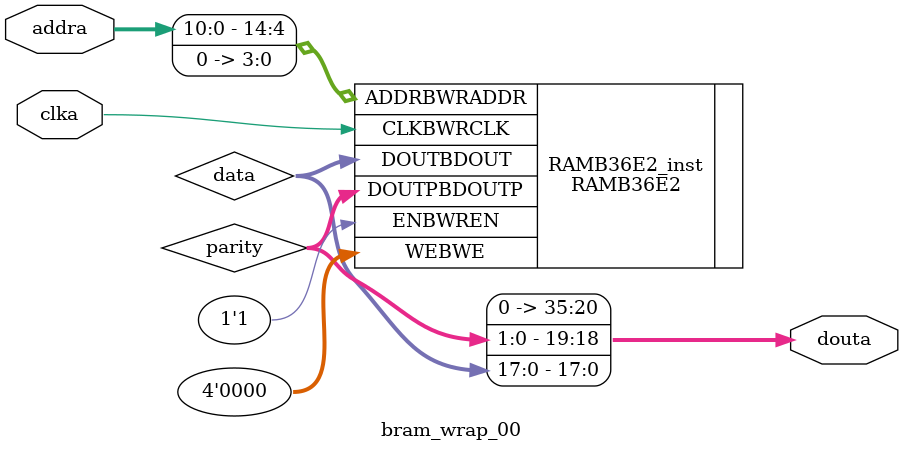
<source format=v>
`timescale 1ns / 1ps

module bram_wrap_00(
    input clka,
    input [10:0] addra,
    output [35:0] douta
    );
    
    wire [17:0] data;
    wire [1:0] parity;
    
    assign douta = {18'b0, parity, data};
    
RAMB36E2 #(
// CASCADE_ORDER_A, CASCADE_ORDER_B: "FIRST", "MIDDLE", "LAST", "NONE"
.CASCADE_ORDER_A("NONE"),
.CASCADE_ORDER_B("NONE"),
// CLOCK_DOMAINS: "COMMON", "INDEPENDENT"
.CLOCK_DOMAINS("INDEPENDENT"),
// Collision check: "ALL", "GENERATE_X_ONLY", "NONE", "WARNING_ONLY"
.SIM_COLLISION_CHECK("ALL"),
// DOA_REG, DOB_REG: Optional output register (0, 1)
.DOA_REG(0),
.DOB_REG(0),
// ENADDRENA/ENADDRENB: Address enable pin enable, "TRUE", "FALSE"
.ENADDRENA("FALSE"),
.ENADDRENB("FALSE"),
// EN_ECC_PIPE: ECC pipeline register, "TRUE"/"FALSE"
.EN_ECC_PIPE("FALSE"),
// EN_ECC_READ: Enable ECC decoder, "TRUE"/"FALSE"
.EN_ECC_READ("FALSE"),
// EN_ECC_WRITE: Enable ECC encoder, "TRUE"/"FALSE"
.EN_ECC_WRITE("FALSE"),
   // INITP_00 to INITP_0F: Initial contents of the parity memory array
	.INITP_00(256'h0000000000000000000000000000000000000000000000000000000000000000),
	.INITP_01(256'h0000000000000000000000000000000000000000000000000000000000000000),
	.INITP_02(256'h0000000000000000000000000000000000000000000000000000000000000000),
	.INITP_03(256'h0000000000000000000000000000000000000000000000000000000000000000),
	.INITP_04(256'h0000000000000000000000000000000000000000000000000000000000000000),
	.INITP_05(256'h0000000000000000000000000000000000000000000000000000000000000000),
	.INITP_06(256'h0000000000000000000000000000000000000000000000000000000000000000),
	.INITP_07(256'h0000000000000000000000000000000000000000000000000000000000000000),
	.INITP_08(256'h0000000000000000000000000000000000000000000000000000000000000000),
	.INITP_09(256'h0000000000000000000000000000000000000000000000000000000000000000),
	.INITP_0A(256'h0000000000000000000000000000000000000000000000000000000000000000),
	.INITP_0B(256'h0000000000000000000000000000000000000000000000000000000000000000),
	.INITP_0C(256'h0000000000000000000000000000000000000000000000000000000000000000),
	.INITP_0D(256'h0000000000000000000000000000000000000000000000000000000000000000),
	.INITP_0E(256'h0000000000000000000000000000000000000000000000000000000000000000),
	.INITP_0F(256'h0000000000000000000000000000000000000000000000000000000000000000),
   // INIT_00 to INIT_7F: Initial contents of the data memory array
	.INIT_00(256'h0000000000000000000000000000000000000000000000000000000000000000),
	.INIT_01(256'h0000000000000000000000000000000000000000000000000000000000000000),
	.INIT_02(256'h0000000000000000000000000000000000000000000000000000000000000000),
	.INIT_03(256'h0000000000000000000000000000000000000000000000000000000000000000),
	.INIT_04(256'h0000000000000000000000000000000000000000000000000000000000000000),
	.INIT_05(256'h0000000000000000000000000000000000000000000000000000000000000000),
	.INIT_06(256'h0000000000000000000000000000000000000000000000000000000000000000),
	.INIT_07(256'h0000000000000000000000000000000000000000000000000000000000000000),
	.INIT_08(256'h0000000000000000000000000000000000000000000000000000000000000000),
	.INIT_09(256'h0000000000000000000000000000000000000000000000000000000000000000),
	.INIT_0A(256'h0000000000000000000000000000000000000000000000000000000000000000),
	.INIT_0B(256'h0000000000000000000000000000000000000000000000000000000000000000),
	.INIT_0C(256'h0000000000000000000000000000000000000000000000000000000000000000),
	.INIT_0D(256'h0000000000000000000000000000000000000000000000000000000000000000),
	.INIT_0E(256'h0000000000000000000000000000000000000000000000000000000000000000),
	.INIT_0F(256'h0000000000000000000000000000000000000000000000000000000000000000),
	.INIT_10(256'h0000000000000000000000000000000000000000000000000000000000000000),
	.INIT_11(256'h0000000000000000000000000000000000000000000000000000000000000000),
	.INIT_12(256'h0000000000000000000000000000000000000000000000000000000000000000),
	.INIT_13(256'h0000000000000000000000000000000000000000000000000000000000000000),
	.INIT_14(256'h0000000000000000000000000000000000000000000000000000000000000000),
	.INIT_15(256'h0000000000000000000000000000000000000000000000000000000000000000),
	.INIT_16(256'h0000000000000000000000000000000000000000000000000000000000000000),
	.INIT_17(256'h0000000000000000000000000000000000000000000000000000000000000000),
	.INIT_18(256'h0000000000000000000000000000000000000000000000000000000000000000),
	.INIT_19(256'h0000000000000000000000000000000000000000000000000000000000000000),
	.INIT_1A(256'h0000000000000000000000000000000000000000000000000000000000000000),
	.INIT_1B(256'h0000000000000000000000000000000000000000000000000000000000000000),
	.INIT_1C(256'h0000000000000000000000000000000000000000000000000000000000000000),
	.INIT_1D(256'h0000000000000000000000000000000000000000000000000000000000000000),
	.INIT_1E(256'h0000000000000000000000000000000000000000000000000000000000000000),
	.INIT_1F(256'h0000000000000000000000000000000000000000000000000000000000000000),
	.INIT_20(256'h0000000000000000000000000000000000000000000000000000000000000000),
	.INIT_21(256'h0000000000000000000000000000000000000000000000000000000000000000),
	.INIT_22(256'h0000000000000000000000000000000000000000000000000000000000000000),
	.INIT_23(256'h0000000000000000000000000000000000000000000000000000000000000000),
	.INIT_24(256'h0000000000000000000000000000000000000000000000000000000000000000),
	.INIT_25(256'h0000000000000000000000000000000000000000000000000000000000000000),
	.INIT_26(256'h0000000000000000000000000000000000000000000000000000000000000000),
	.INIT_27(256'h0000000000000000000000000000000000000000000000000000000000000000),
	.INIT_28(256'h0000000000000000000000000000000000000000000000000000000000000000),
	.INIT_29(256'h0000000000000000000000000000000000000000000000000000000000000000),
	.INIT_2A(256'h0000000000000000000000000000000000000000000000000000000000000000),
	.INIT_2B(256'h0000000000000000000000000000000000000000000000000000000000000000),
	.INIT_2C(256'h0000000000000000000000000000000000000000000000000000000000000000),
	.INIT_2D(256'h0000000000000000000000000000000000000000000000000000000000000000),
	.INIT_2E(256'h0000000000000000000000000000000000000000000000000000000000000000),
	.INIT_2F(256'h0000000000000000000000000000000000000000000000000000000000000000),
	.INIT_30(256'h0000000000000000000000000000000000000000000000000000000000000000),
	.INIT_31(256'h0000000000000000000000000000000000000000000000000000000000000000),
	.INIT_32(256'h0000000000000000000000000000000000000000000000000000000000000000),
	.INIT_33(256'h0000000000000000000000000000000000000000000000000000000000000000),
	.INIT_34(256'h0000000000000000000000000000000000000000000000000000000000000000),
	.INIT_35(256'h0000000000000000000000000000000000000000000000000000000000000000),
	.INIT_36(256'h0000000000000000000000000000000000000000000000000000000000000000),
	.INIT_37(256'h0000000000000000000000000000000000000000000000000000000000000000),
	.INIT_38(256'h0000000000000000000000000000000000000000000000000000000000000000),
	.INIT_39(256'h0000000000000000000000000000000000000000000000000000000000000000),
	.INIT_3A(256'h0000000000000000000000000000000000000000000000000000000000000000),
	.INIT_3B(256'h0000000000000000000000000000000000000000000000000000000000000000),
	.INIT_3C(256'h0000000000000000000000000000000000000000000000000000000000000000),
	.INIT_3D(256'h0000000000000000000000000000000000000000000000000000000000000000),
	.INIT_3E(256'h0000000000000000000000000000000000000000000000000000000000000000),
	.INIT_3F(256'h0000000000000000000000000000000000000000000000000000000000000000),
	.INIT_40(256'h0000000000000000000000000000000000000000000000000000000000000000),
	.INIT_41(256'h0000000000000000000000000000000000000000000000000000000000000000),
	.INIT_42(256'h0000000000000000000000000000000000000000000000000000000000000000),
	.INIT_43(256'h0000000000000000000000000000000000000000000000000000000000000000),
	.INIT_44(256'h0000000000000000000000000000000000000000000000000000000000000000),
	.INIT_45(256'h0000000000000000000000000000000000000000000000000000000000000000),
	.INIT_46(256'h0000000000000000000000000000000000000000000000000000000000000000),
	.INIT_47(256'h0000000000000000000000000000000000000000000000000000000000000000),
	.INIT_48(256'h0000000000000000000000000000000000000000000000000000000000000000),
	.INIT_49(256'h0000000000000000000000000000000000000000000000000000000000000000),
	.INIT_4A(256'h0000000000000000000000000000000000000000000000000000000000000000),
	.INIT_4B(256'h0000000000000000000000000000000000000000000000000000000000000000),
	.INIT_4C(256'h0000000000000000000000000000000000000000000000000000000000000000),
	.INIT_4D(256'h0000000000000000000000000000000000000000000000000000000000000000),
	.INIT_4E(256'h0000000000000000000000000000000000000000000000000000000000000000),
	.INIT_4F(256'h0000000000000000000000000000000000000000000000000000000000000000),
	.INIT_50(256'h0000000000000000000000000000000000000000000000000000000000000000),
	.INIT_51(256'h0000000000000000000000000000000000000000000000000000000000000000),
	.INIT_52(256'h0000000000000000000000000000000000000000000000000000000000000000),
	.INIT_53(256'h0000000000000000000000000000000000000000000000000000000000000000),
	.INIT_54(256'h0000000000000000000000000000000000000000000000000000000000000000),
	.INIT_55(256'h0000000000000000000000000000000000000000000000000000000000000000),
	.INIT_56(256'h0000000000000000000000000000000000000000000000000000000000000000),
	.INIT_57(256'h0000000000000000000000000000000000000000000000000000000000000000),
	.INIT_58(256'h0000000000000000000000000000000000000000000000000000000000000000),
	.INIT_59(256'h0000000000000000000000000000000000000000000000000000000000000000),
	.INIT_5A(256'h0000000000000000000000000000000000000000000000000000000000000000),
	.INIT_5B(256'h0000000000000000000000000000000000000000000000000000000000000000),
	.INIT_5C(256'h0000000000000000000000000000000000000000000000000000000000000000),
	.INIT_5D(256'h0000000000000000000000000000000000000000000000000000000000000000),
	.INIT_5E(256'h0000000000000000000000000000000000000000000000000000000000000000),
	.INIT_5F(256'h0000000000000000000000000000000000000000000000000000000000000000),
	.INIT_60(256'h0000000000000000000000000000000000000000000000000000000000000000),
	.INIT_61(256'h0000000000000000000000000000000000000000000000000000000000000000),
	.INIT_62(256'h0000000000000000000000000000000000000000000000000000000000000000),
	.INIT_63(256'h0000000000000000000000000000000000000000000000000000000000000000),
	.INIT_64(256'h0000000000000000000000000000000000000000000000000000000000000000),
	.INIT_65(256'h0000000000000000000000000000000000000000000000000000000000000000),
	.INIT_66(256'h0000000000000000000000000000000000000000000000000000000000000000),
	.INIT_67(256'h0000000000000000000000000000000000000000000000000000000000000000),
	.INIT_68(256'h0000000000000000000000000000000000000000000000000000000000000000),
	.INIT_69(256'h0000000000000000000000000000000000000000000000000000000000000000),
	.INIT_6A(256'h0000000000000000000000000000000000000000000000000000000000000000),
	.INIT_6B(256'h0000000000000000000000000000000000000000000000000000000000000000),
	.INIT_6C(256'h0000000000000000000000000000000000000000000000000000000000000000),
	.INIT_6D(256'h0000000000000000000000000000000000000000000000000000000000000000),
	.INIT_6E(256'h0000000000000000000000000000000000000000000000000000000000000000),
	.INIT_6F(256'h0000000000000000000000000000000000000000000000000000000000000000),
	.INIT_70(256'h0000000000000000000000000000000000000000000000000000000000000000),
	.INIT_71(256'h0000000000000000000000000000000000000000000000000000000000000000),
	.INIT_72(256'h0000000000000000000000000000000000000000000000000000000000000000),
	.INIT_73(256'h0000000000000000000000000000000000000000000000000000000000000000),
	.INIT_74(256'h0000000000000000000000000000000000000000000000000000000000000000),
	.INIT_75(256'h0000000000000000000000000000000000000000000000000000000000000000),
	.INIT_76(256'h0000000000000000000000000000000000000000000000000000000000000000),
	.INIT_77(256'h0000000000000000000000000000000000000000000000000000000000000000),
	.INIT_78(256'h0000000000000000000000000000000000000000000000000000000000000000),
	.INIT_79(256'h0000000000000000000000000000000000000000000000000000000000000000),
	.INIT_7A(256'h0000000000000000000000000000000000000000000000000000000000000000),
	.INIT_7B(256'h0000000000000000000000000000000000000000000000000000000000000000),
	.INIT_7C(256'h0000000000000000000000000000000000000000000000000000000000000000),
	.INIT_7D(256'h0000000000000000000000000000000000000000000000000000000000000000),
	.INIT_7E(256'h0000000000000000000000000000000000000000000000000000000000000000),
	.INIT_7F(256'h0000000000000000000000000000000000000000000000000000000000000000),

   // INIT_A, INIT_B: Initial values on output ports
.INIT_A(36'h000000000),
.INIT_B(36'h000000000),
// Initialization File: RAM initialization file
.INIT_FILE("NONE"),
// Programmable Inversion Attributes: Specifies the use of the built-in programmable inversion
.IS_CLKARDCLK_INVERTED(1'b0),
.IS_CLKBWRCLK_INVERTED(1'b0),
.IS_ENARDEN_INVERTED(1'b0),
.IS_ENBWREN_INVERTED(1'b0),
.IS_RSTRAMARSTRAM_INVERTED(1'b0),
.IS_RSTRAMB_INVERTED(1'b0),
.IS_RSTREGARSTREG_INVERTED(1'b0),
.IS_RSTREGB_INVERTED(1'b0),
// RDADDRCHANGE: Disable memory access when output value does not change ("TRUE", "FALSE")
.RDADDRCHANGEA("FALSE"),
.RDADDRCHANGEB("FALSE"),
// READ_WIDTH_A/B, WRITE_WIDTH_A/B: Read/write width per port
.READ_WIDTH_A(0), // 0-9
.READ_WIDTH_B(18), // 0-9
.WRITE_WIDTH_A(0), // 0-9
.WRITE_WIDTH_B(0), // 0-9
// RSTREG_PRIORITY_A, RSTREG_PRIORITY_B: Reset or enable priority ("RSTREG", "REGCE")
.RSTREG_PRIORITY_A("RSTREG"),
.RSTREG_PRIORITY_B("RSTREG"),
// SRVAL_A, SRVAL_B: Set/reset value for output
.SRVAL_A(36'h000000000),
.SRVAL_B(36'h000000000),
// Sleep Async: Sleep function asynchronous or synchronous ("TRUE", "FALSE")
.SLEEP_ASYNC("FALSE"),
// WriteMode: "WRITE_FIRST", "NO_CHANGE", "READ_FIRST"
.WRITE_MODE_A("READ_FIRST"),
.WRITE_MODE_B("READ_FIRST")
)
RAMB36E2_inst (
// Cascade Signals outputs: Multi-BRAM cascade signals
//.CASDOUTA(CASDOUTA), // 32-bit output: Port A cascade output data
//.CASDOUTB(CASDOUTB), // 32-bit output: Port B cascade output data
//.CASDOUTPA(CASDOUTPA), // 4-bit output: Port A cascade output parity data
//.CASDOUTPB(CASDOUTPB), // 4-bit output: Port B cascade output parity data
//.CASOUTDBITERR(CASOUTDBITERR), // 1-bit output: DBITERR cascade output
//.CASOUTSBITERR(CASOUTSBITERR), // 1-bit output: SBITERR cascade output
// ECC Signals outputs: Error Correction Circuitry ports
//.DBITERR(DBITERR), // 1-bit output: Double bit error status
//.ECCPARITY(ECCPARITY), // 8-bit output: Generated error correction parity
//.RDADDRECC(RDADDRECC), // 9-bit output: ECC Read Address
//.SBITERR(SBITERR), // 1-bit output: Single bit error status
// Port A Data outputs: Port A data
.DOUTBDOUT(data), // 32-bit output: Port A Data/LSB data
.DOUTPBDOUTP(parity), // 4-bit output: Port A parity/LSB parity
// Port B Data outputs: Port B data
//.DOUTBDOUT(DOUTBDOUT), // 32-bit output: Port B data/MSB data
//.DOUTPBDOUTP(DOUTPBDOUTP), // 4-bit output: Port B parity/MSB parity
// Cascade Signals inputs: Multi-BRAM cascade signals
//.CASDIMUXA(CASDIMUXA), // 1-bit input: Port A input data (0=DINA, 1=CASDINA)
//.CASDIMUXB(CASDIMUXB), // 1-bit input: Port B input data (0=DINB, 1=CASDINB)
//.CASDINA(CASDINA), // 32-bit input: Port A cascade input data
//.CASDINB(CASDINB), // 32-bit input: Port B cascade input data
//.CASDINPA(CASDINPA), // 4-bit input: Port A cascade input parity data
//.CASDINPB(CASDINPB), // 4-bit input: Port B cascade input parity data
//.CASDOMUXA(CASDOMUXA), // 1-bit input: Port A unregistered data (0=BRAM data, 1=CASDINA)
//.CASDOMUXB(CASDOMUXB), // 1-bit input: Port B unregistered data (0=BRAM data, 1=CASDINB)
//.CASDOMUXEN_A(CASDOMUXEN_A), // 1-bit input: Port A unregistered output data enable
//.CASDOMUXEN_B(CASDOMUXEN_B), // 1-bit input: Port B unregistered output data enable
//.CASINDBITERR(CASINDBITERR), // 1-bit input: DBITERR cascade input
//.CASINSBITERR(CASINSBITERR), // 1-bit input: SBITERR cascade input
//.CASOREGIMUXA(CASOREGIMUXA), // 1-bit input: Port A registered data (0=BRAM data, 1=CASDINA)
//.CASOREGIMUXB(CASOREGIMUXB), // 1-bit input: Port B registered data (0=BRAM data, 1=CASDINB)
//.CASOREGIMUXEN_A(CASOREGIMUXEN_A), // 1-bit input: Port A registered output data enable
//.CASOREGIMUXEN_B(CASOREGIMUXEN_B), // 1-bit input: Port B registered output data enable
// ECC Signals inputs: Error Correction Circuitry ports
//.ECCPIPECE(ECCPIPECE), // 1-bit input: ECC Pipeline Register Enable
//.INJECTDBITERR(INJECTDBITERR), // 1-bit input: Inject a double-bit error
//.INJECTSBITERR(INJECTSBITERR),
// Port A Address/Control Signals inputs: Port A address and control signals
.ADDRBWRADDR({addra[10:0], 4'b0}), // 15-bit input: A/Read port address
//.ADDRENB(1'b1),
.ENBWREN(1'b1), // 1-bit input: Active-High A/Read port address enable
.CLKBWRCLK(clka), // 1-bit input: A/Read port clock
//.ENARDEN(1'b1), // 1-bit input: Port A enable/Read enable
//.REGCEAREGCE(REGCEAREGCE), // 1-bit input: Port A register enable/Register enable
//.RSTRAMARSTRAM(RSTRAMARSTRAM), // 1-bit input: Port A set/reset
//.RSTREGARSTREG(RSTREGARSTREG), // 1-bit input: Port A register set/reset
//.SLEEP(SLEEP), // 1-bit input: Sleep Mode
//.WEA(4'b0) // 4-bit input: Port A write enable
// Port A Data inputs: Port A data
//.DINADIN(DINADIN), // 32-bit input: Port A data/LSB data
//.DINPADINP(DINPADINP), // 4-bit input: Port A parity/LSB parity
// Port B Address/Control Signals inputs: Port B address and control signals
//.ADDRBWRADDR(ADDRBWRADDR), // 15-bit input: B/Write port address
//.ADDRENB(ADDRENB), // 1-bit input: Active-High B/Write port address enable
//.CLKBWRCLK(CLKBWRCLK), // 1-bit input: B/Write port clock
//.ENBWREN(ENBWREN), // 1-bit input: Port B enable/Write enable
//.REGCEB(REGCEB), // 1-bit input: Port B register enable
//.RSTRAMB(RSTRAMB), // 1-bit input: Port B set/reset
//.RSTREGB(RSTREGB), // 1-bit input: Port B register set/reset
.WEBWE(4'b0) // 8-bit input: Port B write enable/Write enable
// Port B Data inputs: Port B data
//.DINBDIN(DINBDIN), // 32-bit input: Port B data/MSB data
//.DINPBDINP(DINPBDINP) // 4-bit input: Port B parity/MSB parity
);
    
endmodule

</source>
